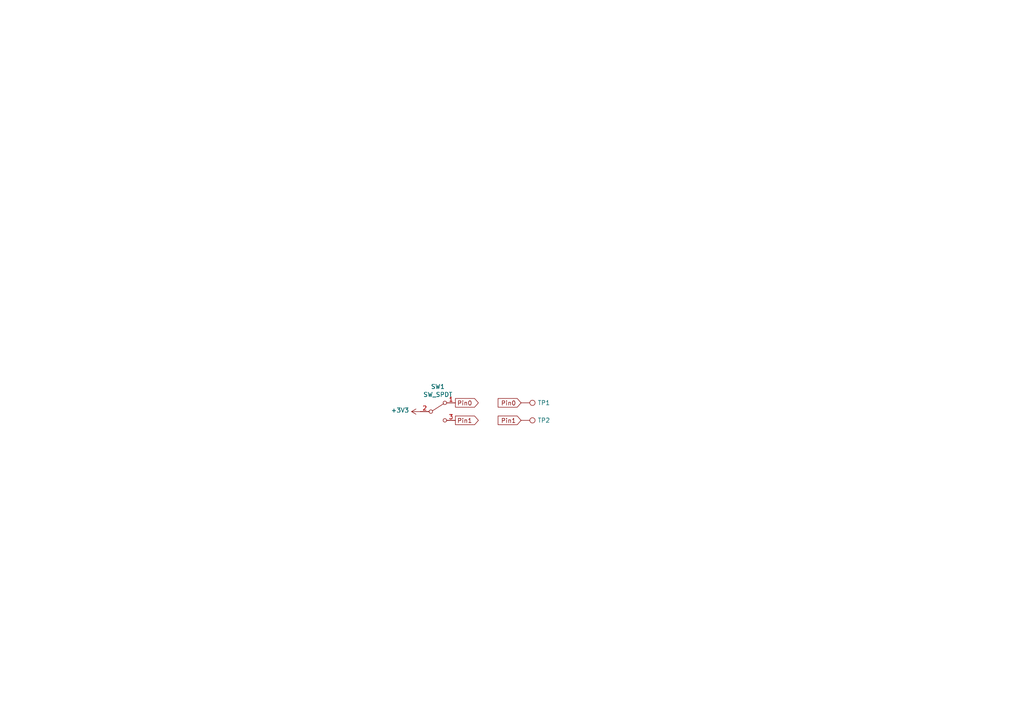
<source format=kicad_sch>
(kicad_sch (version 20211123) (generator eeschema)
  (paper "A4")
  (lib_symbols
    (symbol "Connector:TestPoint" (pin_numbers hide) (pin_names (offset 0.762) hide)
      (property "Reference" "TP" (at 0 6.858 0))
      (property "Value" "TestPoint" (at 0 5.08 0))
      (symbol "TestPoint_0_1"
        (circle (center 0 3.302) (radius 0.762))
      )
      (symbol "TestPoint_1_1"
        (pin passive line (at 0 0 90) (length 2.54) (name "1") (number "1"))
      )
    )
    (symbol "Switch:SW_SPDT" (pin_names (offset 0) hide)
      (property "Reference" "SW" (at 0 4.318 0))
      (property "Value" "SW_SPDT" (at 0 -5.08 0))
      (symbol "SW_SPDT_0_0"
        (circle (center -2.032 0) (radius 0.508))
        (circle (center 2.032 -2.54) (radius 0.508))
      )
      (symbol "SW_SPDT_0_1"
        (polyline (pts (xy -1.524 0.254) (xy 1.651 2.286)))
        (circle (center 2.032 2.54) (radius 0.508))
      )
      (symbol "SW_SPDT_1_1"
        (pin passive line (at 5.08 2.54 180) (length 2.54) (name "A") (number "1"))
        (pin passive line (at -5.08 0 0) (length 2.54) (name "B") (number "2"))
        (pin passive line (at 5.08 -2.54 180) (length 2.54) (name "C") (number "3"))
      )
    )
    (symbol "power:+3V3" (power) (pin_names (offset 0))
      (property "Value" "+3V3" (at 0 3.556 0))
      (symbol "+3V3_0_1"
        (polyline (pts (xy -0.762 1.27) (xy 0 2.54)))
        (polyline (pts (xy 0 0) (xy 0 2.54)))
        (polyline (pts (xy 0 2.54) (xy 0.762 1.27)))
      )
      (symbol "+3V3_1_1"
        (pin power_in line (at 0 0 90) (length 0) hide (name "+3V3") (number "1"))
      )
    )
  )
  (global_label "Pin1" (shape output) (at 132.08 121.92 0) (property "Intersheet References" "${INTERSHEET_REFS}" (effects hide)))
  (global_label "Pin0" (shape output) (at 132.08 116.84 0) (property "Intersheet References" "${INTERSHEET_REFS}" (effects hide)))
  (global_label "Pin0" (shape input) (at 151.13 116.84 180) (property "Intersheet References" "${INTERSHEET_REFS}" (effects hide)))
  (global_label "Pin1" (shape input) (at 151.13 121.92 180) (property "Intersheet References" "${INTERSHEET_REFS}" (effects hide)))
  (symbol (lib_id "Switch:SW_SPDT") (at 127 119.38 0) (unit 1)
    (property "Reference" "SW1" (at 127 112.141 0))
    (property "Value" "SW_SPDT" (at 127 114.4524 0))
    (property "Footprint" "Switch_Thonk:SW_SPDT_Dailywell" (effects hide))
    (property "Datasheet" "https://www.thonk.co.uk/wp-content/uploads/2017/05/DW1-SPDT-ON-ON-2MS1T1B1M2QES.pdf" (effects hide))
    (property "Device" "Toggle Switch" (effects hide))
    (property "Description" "DW1 - SPDT ON-ON - Dailywell Sub-mini Toggle Switch" (effects hide))
    (property "Place" "No" (effects hide))
    (property "Dist" "Thonk" (effects hide))
    (property "DistPartNumber" "DW1" (effects hide))
    (property "DistLink" "https://www.thonk.co.uk/shop/sub-mini-toggle-switches/" (effects hide))
    (property "Simulator" "erb::Dailywell2Ms1" (effects hide))
    (property "NbrPositions" "2" (effects hide))
  )
  (symbol (lib_id "power:+3V3") (at 121.92 119.38 90) (unit 1)
    (property "Reference" "#PWR?" (effects hide))
    (property "Value" "+3V3" (at 118.6688 118.999 90) (effects (justify left)))
  )
  (symbol (lib_id "Connector:TestPoint") (at 151.13 116.84 270) (unit 1) (in_bom no)
    (property "Reference" "TP1" (at 155.9052 116.84 90) (effects (justify left)))
    (property "Value" "TestPoint" (effects hide))
    (property "Footprint" "TestPoint:TestPoint_Pad_D1.5mm" (effects hide))
  )
  (symbol (lib_id "Connector:TestPoint") (at 151.13 121.92 270) (unit 1) (in_bom no)
    (property "Reference" "TP2" (at 155.9052 121.92 90) (effects (justify left)))
    (property "Value" "TestPoint" (effects hide))
    (property "Footprint" "TestPoint:TestPoint_Pad_D1.5mm" (effects hide))
  )
)
</source>
